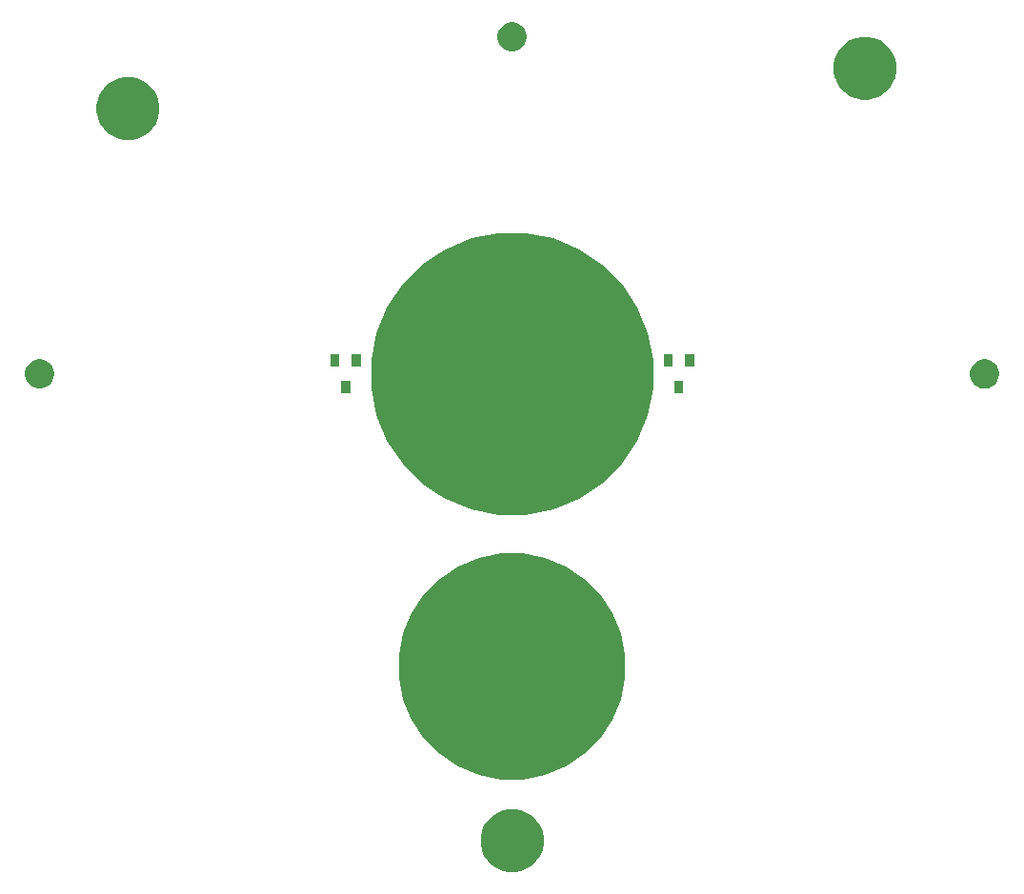
<source format=gts>
G04 #@! TF.GenerationSoftware,KiCad,Pcbnew,(5.1.5)-3*
G04 #@! TF.CreationDate,2022-01-09T16:05:41+01:00*
G04 #@! TF.ProjectId,plateau allumage,706c6174-6561-4752-9061-6c6c756d6167,rev?*
G04 #@! TF.SameCoordinates,Original*
G04 #@! TF.FileFunction,Soldermask,Top*
G04 #@! TF.FilePolarity,Negative*
%FSLAX46Y46*%
G04 Gerber Fmt 4.6, Leading zero omitted, Abs format (unit mm)*
G04 Created by KiCad (PCBNEW (5.1.5)-3) date 2022-01-09 16:05:41*
%MOMM*%
%LPD*%
G04 APERTURE LIST*
%ADD10C,0.100000*%
G04 APERTURE END LIST*
D10*
G36*
X128167021Y-140406640D02*
G01*
X128676769Y-140617785D01*
X128676771Y-140617786D01*
X129135534Y-140924321D01*
X129525679Y-141314466D01*
X129832214Y-141773229D01*
X129832215Y-141773231D01*
X130043360Y-142282979D01*
X130151000Y-142824124D01*
X130151000Y-143375876D01*
X130043360Y-143917021D01*
X129832215Y-144426769D01*
X129832214Y-144426771D01*
X129525679Y-144885534D01*
X129135534Y-145275679D01*
X128676771Y-145582214D01*
X128676770Y-145582215D01*
X128676769Y-145582215D01*
X128167021Y-145793360D01*
X127625876Y-145901000D01*
X127074124Y-145901000D01*
X126532979Y-145793360D01*
X126023231Y-145582215D01*
X126023230Y-145582215D01*
X126023229Y-145582214D01*
X125564466Y-145275679D01*
X125174321Y-144885534D01*
X124867786Y-144426771D01*
X124867785Y-144426769D01*
X124656640Y-143917021D01*
X124549000Y-143375876D01*
X124549000Y-142824124D01*
X124656640Y-142282979D01*
X124867785Y-141773231D01*
X124867786Y-141773229D01*
X125174321Y-141314466D01*
X125564466Y-140924321D01*
X126023229Y-140617786D01*
X126023231Y-140617785D01*
X126532979Y-140406640D01*
X127074124Y-140299000D01*
X127625876Y-140299000D01*
X128167021Y-140406640D01*
G37*
G36*
X130261767Y-117935254D02*
G01*
X132090932Y-118692919D01*
X132090934Y-118692920D01*
X133737139Y-119792879D01*
X135137121Y-121192861D01*
X136237080Y-122839066D01*
X136237081Y-122839068D01*
X136994746Y-124668233D01*
X137381000Y-126610062D01*
X137381000Y-128589938D01*
X136994746Y-130531767D01*
X136237081Y-132360932D01*
X136237080Y-132360934D01*
X135137121Y-134007139D01*
X133737139Y-135407121D01*
X132090934Y-136507080D01*
X132090933Y-136507081D01*
X132090932Y-136507081D01*
X130261767Y-137264746D01*
X128319938Y-137651000D01*
X126340062Y-137651000D01*
X124398233Y-137264746D01*
X122569068Y-136507081D01*
X122569067Y-136507081D01*
X122569066Y-136507080D01*
X120922861Y-135407121D01*
X119522879Y-134007139D01*
X118422920Y-132360934D01*
X118422919Y-132360932D01*
X117665254Y-130531767D01*
X117279000Y-128589938D01*
X117279000Y-126610062D01*
X117665254Y-124668233D01*
X118422919Y-122839068D01*
X118422920Y-122839066D01*
X119522879Y-121192861D01*
X120922861Y-119792879D01*
X122569066Y-118692920D01*
X122569068Y-118692919D01*
X124398233Y-117935254D01*
X126340062Y-117549000D01*
X128319938Y-117549000D01*
X130261767Y-117935254D01*
G37*
G36*
X131010991Y-89541327D02*
G01*
X133295126Y-90487447D01*
X133295128Y-90487448D01*
X133812533Y-90833167D01*
X135350796Y-91861001D01*
X137098999Y-93609204D01*
X138472553Y-95664874D01*
X139418673Y-97949009D01*
X139901000Y-100373833D01*
X139901000Y-102846167D01*
X139418673Y-105270991D01*
X138472553Y-107555126D01*
X137098999Y-109610796D01*
X135350796Y-111358999D01*
X133812533Y-112386833D01*
X133295128Y-112732552D01*
X133295127Y-112732553D01*
X133295126Y-112732553D01*
X131010991Y-113678673D01*
X128586167Y-114161000D01*
X126113833Y-114161000D01*
X123689009Y-113678673D01*
X121404874Y-112732553D01*
X121404873Y-112732553D01*
X121404872Y-112732552D01*
X120887467Y-112386833D01*
X119349204Y-111358999D01*
X117601001Y-109610796D01*
X116227447Y-107555126D01*
X115281327Y-105270991D01*
X114799000Y-102846167D01*
X114799000Y-100373833D01*
X115281327Y-97949009D01*
X116227447Y-95664874D01*
X117601001Y-93609204D01*
X119349204Y-91861001D01*
X120887467Y-90833167D01*
X121404872Y-90487448D01*
X121404874Y-90487447D01*
X123689009Y-89541327D01*
X126113833Y-89059000D01*
X128586167Y-89059000D01*
X131010991Y-89541327D01*
G37*
G36*
X112941000Y-103351000D02*
G01*
X112139000Y-103351000D01*
X112139000Y-102249000D01*
X112941000Y-102249000D01*
X112941000Y-103351000D01*
G37*
G36*
X142551000Y-103351000D02*
G01*
X141749000Y-103351000D01*
X141749000Y-102249000D01*
X142551000Y-102249000D01*
X142551000Y-103351000D01*
G37*
G36*
X169719487Y-100348996D02*
G01*
X169932113Y-100437069D01*
X169956255Y-100447069D01*
X170169339Y-100589447D01*
X170350553Y-100770661D01*
X170486251Y-100973747D01*
X170492932Y-100983747D01*
X170591004Y-101220513D01*
X170641000Y-101471861D01*
X170641000Y-101728139D01*
X170591004Y-101979487D01*
X170497074Y-102206253D01*
X170492931Y-102216255D01*
X170350553Y-102429339D01*
X170169339Y-102610553D01*
X169956255Y-102752931D01*
X169956254Y-102752932D01*
X169956253Y-102752932D01*
X169719487Y-102851004D01*
X169468139Y-102901000D01*
X169211861Y-102901000D01*
X168960513Y-102851004D01*
X168723747Y-102752932D01*
X168723746Y-102752932D01*
X168723745Y-102752931D01*
X168510661Y-102610553D01*
X168329447Y-102429339D01*
X168187069Y-102216255D01*
X168182926Y-102206253D01*
X168088996Y-101979487D01*
X168039000Y-101728139D01*
X168039000Y-101471861D01*
X168088996Y-101220513D01*
X168187068Y-100983747D01*
X168193750Y-100973747D01*
X168329447Y-100770661D01*
X168510661Y-100589447D01*
X168723745Y-100447069D01*
X168747887Y-100437069D01*
X168960513Y-100348996D01*
X169211861Y-100299000D01*
X169468139Y-100299000D01*
X169719487Y-100348996D01*
G37*
G36*
X85719487Y-100338996D02*
G01*
X85956253Y-100437068D01*
X85956255Y-100437069D01*
X85971221Y-100447069D01*
X86169339Y-100579447D01*
X86350553Y-100760661D01*
X86492932Y-100973747D01*
X86591004Y-101210513D01*
X86641000Y-101461861D01*
X86641000Y-101718139D01*
X86591004Y-101969487D01*
X86586861Y-101979488D01*
X86492931Y-102206255D01*
X86350553Y-102419339D01*
X86169339Y-102600553D01*
X85956255Y-102742931D01*
X85956254Y-102742932D01*
X85956253Y-102742932D01*
X85719487Y-102841004D01*
X85468139Y-102891000D01*
X85211861Y-102891000D01*
X84960513Y-102841004D01*
X84723747Y-102742932D01*
X84723746Y-102742932D01*
X84723745Y-102742931D01*
X84510661Y-102600553D01*
X84329447Y-102419339D01*
X84187069Y-102206255D01*
X84093139Y-101979488D01*
X84088996Y-101969487D01*
X84039000Y-101718139D01*
X84039000Y-101461861D01*
X84088996Y-101210513D01*
X84187068Y-100973747D01*
X84329447Y-100760661D01*
X84510661Y-100579447D01*
X84708779Y-100447069D01*
X84723745Y-100437069D01*
X84723747Y-100437068D01*
X84960513Y-100338996D01*
X85211861Y-100289000D01*
X85468139Y-100289000D01*
X85719487Y-100338996D01*
G37*
G36*
X113891000Y-100951000D02*
G01*
X113089000Y-100951000D01*
X113089000Y-99849000D01*
X113891000Y-99849000D01*
X113891000Y-100951000D01*
G37*
G36*
X111991000Y-100951000D02*
G01*
X111189000Y-100951000D01*
X111189000Y-99849000D01*
X111991000Y-99849000D01*
X111991000Y-100951000D01*
G37*
G36*
X143501000Y-100951000D02*
G01*
X142699000Y-100951000D01*
X142699000Y-99849000D01*
X143501000Y-99849000D01*
X143501000Y-100951000D01*
G37*
G36*
X141601000Y-100951000D02*
G01*
X140799000Y-100951000D01*
X140799000Y-99849000D01*
X141601000Y-99849000D01*
X141601000Y-100951000D01*
G37*
G36*
X94017021Y-75306640D02*
G01*
X94526769Y-75517785D01*
X94526771Y-75517786D01*
X94985534Y-75824321D01*
X95375679Y-76214466D01*
X95623715Y-76585679D01*
X95682215Y-76673231D01*
X95893360Y-77182979D01*
X96001000Y-77724124D01*
X96001000Y-78275876D01*
X95893360Y-78817021D01*
X95682215Y-79326769D01*
X95682214Y-79326771D01*
X95375679Y-79785534D01*
X94985534Y-80175679D01*
X94526771Y-80482214D01*
X94526770Y-80482215D01*
X94526769Y-80482215D01*
X94017021Y-80693360D01*
X93475876Y-80801000D01*
X92924124Y-80801000D01*
X92382979Y-80693360D01*
X91873231Y-80482215D01*
X91873230Y-80482215D01*
X91873229Y-80482214D01*
X91414466Y-80175679D01*
X91024321Y-79785534D01*
X90717786Y-79326771D01*
X90717785Y-79326769D01*
X90506640Y-78817021D01*
X90399000Y-78275876D01*
X90399000Y-77724124D01*
X90506640Y-77182979D01*
X90717785Y-76673231D01*
X90776285Y-76585679D01*
X91024321Y-76214466D01*
X91414466Y-75824321D01*
X91873229Y-75517786D01*
X91873231Y-75517785D01*
X92382979Y-75306640D01*
X92924124Y-75199000D01*
X93475876Y-75199000D01*
X94017021Y-75306640D01*
G37*
G36*
X159527021Y-71716640D02*
G01*
X160036769Y-71927785D01*
X160036771Y-71927786D01*
X160495534Y-72234321D01*
X160885679Y-72624466D01*
X161192214Y-73083229D01*
X161192215Y-73083231D01*
X161403360Y-73592979D01*
X161511000Y-74134124D01*
X161511000Y-74685876D01*
X161403360Y-75227021D01*
X161370380Y-75306641D01*
X161192214Y-75736771D01*
X160885679Y-76195534D01*
X160495534Y-76585679D01*
X160036771Y-76892214D01*
X160036770Y-76892215D01*
X160036769Y-76892215D01*
X159527021Y-77103360D01*
X158985876Y-77211000D01*
X158434124Y-77211000D01*
X157892979Y-77103360D01*
X157383231Y-76892215D01*
X157383230Y-76892215D01*
X157383229Y-76892214D01*
X156924466Y-76585679D01*
X156534321Y-76195534D01*
X156227786Y-75736771D01*
X156049620Y-75306641D01*
X156016640Y-75227021D01*
X155909000Y-74685876D01*
X155909000Y-74134124D01*
X156016640Y-73592979D01*
X156227785Y-73083231D01*
X156227786Y-73083229D01*
X156534321Y-72624466D01*
X156924466Y-72234321D01*
X157383229Y-71927786D01*
X157383231Y-71927785D01*
X157892979Y-71716640D01*
X158434124Y-71609000D01*
X158985876Y-71609000D01*
X159527021Y-71716640D01*
G37*
G36*
X127719487Y-70348996D02*
G01*
X127956253Y-70447068D01*
X127956255Y-70447069D01*
X128169339Y-70589447D01*
X128350553Y-70770661D01*
X128492932Y-70983747D01*
X128591004Y-71220513D01*
X128641000Y-71471861D01*
X128641000Y-71728139D01*
X128591004Y-71979487D01*
X128492932Y-72216253D01*
X128492931Y-72216255D01*
X128350553Y-72429339D01*
X128169339Y-72610553D01*
X127956255Y-72752931D01*
X127956254Y-72752932D01*
X127956253Y-72752932D01*
X127719487Y-72851004D01*
X127468139Y-72901000D01*
X127211861Y-72901000D01*
X126960513Y-72851004D01*
X126723747Y-72752932D01*
X126723746Y-72752932D01*
X126723745Y-72752931D01*
X126510661Y-72610553D01*
X126329447Y-72429339D01*
X126187069Y-72216255D01*
X126187068Y-72216253D01*
X126088996Y-71979487D01*
X126039000Y-71728139D01*
X126039000Y-71471861D01*
X126088996Y-71220513D01*
X126187068Y-70983747D01*
X126329447Y-70770661D01*
X126510661Y-70589447D01*
X126723745Y-70447069D01*
X126723747Y-70447068D01*
X126960513Y-70348996D01*
X127211861Y-70299000D01*
X127468139Y-70299000D01*
X127719487Y-70348996D01*
G37*
M02*

</source>
